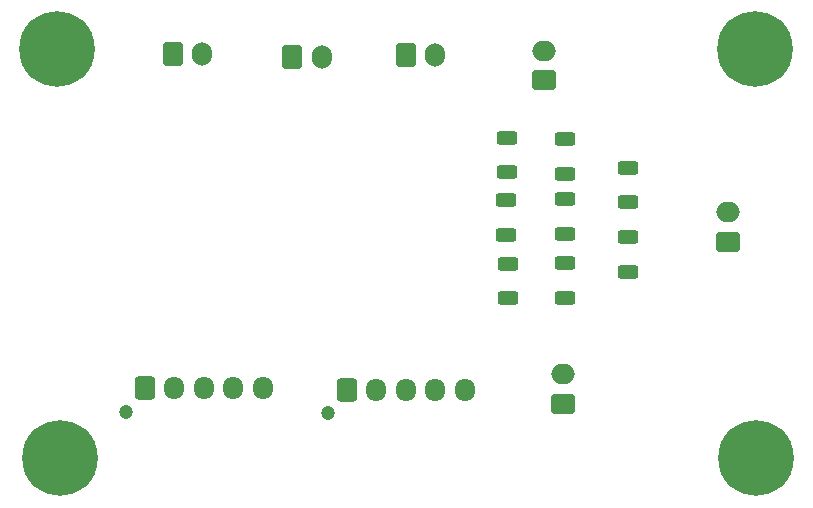
<source format=gbr>
%TF.GenerationSoftware,KiCad,Pcbnew,7.0.1*%
%TF.CreationDate,2023-09-03T20:42:36-04:00*%
%TF.ProjectId,Groove Coaster,47726f6f-7665-4204-936f-61737465722e,rev?*%
%TF.SameCoordinates,Original*%
%TF.FileFunction,Soldermask,Top*%
%TF.FilePolarity,Negative*%
%FSLAX46Y46*%
G04 Gerber Fmt 4.6, Leading zero omitted, Abs format (unit mm)*
G04 Created by KiCad (PCBNEW 7.0.1) date 2023-09-03 20:42:36*
%MOMM*%
%LPD*%
G01*
G04 APERTURE LIST*
G04 Aperture macros list*
%AMRoundRect*
0 Rectangle with rounded corners*
0 $1 Rounding radius*
0 $2 $3 $4 $5 $6 $7 $8 $9 X,Y pos of 4 corners*
0 Add a 4 corners polygon primitive as box body*
4,1,4,$2,$3,$4,$5,$6,$7,$8,$9,$2,$3,0*
0 Add four circle primitives for the rounded corners*
1,1,$1+$1,$2,$3*
1,1,$1+$1,$4,$5*
1,1,$1+$1,$6,$7*
1,1,$1+$1,$8,$9*
0 Add four rect primitives between the rounded corners*
20,1,$1+$1,$2,$3,$4,$5,0*
20,1,$1+$1,$4,$5,$6,$7,0*
20,1,$1+$1,$6,$7,$8,$9,0*
20,1,$1+$1,$8,$9,$2,$3,0*%
G04 Aperture macros list end*
%ADD10RoundRect,0.250000X-0.600000X-0.750000X0.600000X-0.750000X0.600000X0.750000X-0.600000X0.750000X0*%
%ADD11O,1.700000X2.000000*%
%ADD12RoundRect,0.250000X0.750000X-0.600000X0.750000X0.600000X-0.750000X0.600000X-0.750000X-0.600000X0*%
%ADD13O,2.000000X1.700000*%
%ADD14RoundRect,0.250000X-0.625000X0.312500X-0.625000X-0.312500X0.625000X-0.312500X0.625000X0.312500X0*%
%ADD15RoundRect,0.250000X0.625000X-0.312500X0.625000X0.312500X-0.625000X0.312500X-0.625000X-0.312500X0*%
%ADD16C,6.400000*%
%ADD17C,1.200000*%
%ADD18RoundRect,0.250000X-0.600000X-0.725000X0.600000X-0.725000X0.600000X0.725000X-0.600000X0.725000X0*%
%ADD19O,1.700000X1.950000*%
G04 APERTURE END LIST*
D10*
%TO.C,BT1*%
X83400000Y-46700000D03*
D11*
X85900000Y-46700000D03*
%TD*%
D10*
%TO.C,BT2*%
X93500000Y-46900000D03*
D11*
X96000000Y-46900000D03*
%TD*%
D10*
%TO.C,BT3*%
X103100000Y-46800000D03*
D11*
X105600000Y-46800000D03*
%TD*%
D12*
%TO.C,LED1*%
X130400000Y-62600000D03*
D13*
X130400000Y-60100000D03*
%TD*%
D12*
%TO.C,LED2*%
X116400000Y-76300000D03*
D13*
X116400000Y-73800000D03*
%TD*%
D12*
%TO.C,LED3*%
X114800000Y-48900000D03*
D13*
X114800000Y-46400000D03*
%TD*%
D14*
%TO.C,R1*%
X111700000Y-53775000D03*
X111700000Y-56700000D03*
%TD*%
D15*
%TO.C,R2*%
X121900000Y-59225000D03*
X121900000Y-56300000D03*
%TD*%
D14*
%TO.C,R3*%
X121900000Y-62200000D03*
X121900000Y-65125000D03*
%TD*%
D15*
%TO.C,R4*%
X111800000Y-67362500D03*
X111800000Y-64437500D03*
%TD*%
%TO.C,R5*%
X111600000Y-62000000D03*
X111600000Y-59075000D03*
%TD*%
%TO.C,R12*%
X116600000Y-56825000D03*
X116600000Y-53900000D03*
%TD*%
%TO.C,R13*%
X116600000Y-61925000D03*
X116600000Y-59000000D03*
%TD*%
%TO.C,R14*%
X116600000Y-67325000D03*
X116600000Y-64400000D03*
%TD*%
D16*
%TO.C,REF\u002A\u002A*%
X73800000Y-80900000D03*
%TD*%
%TO.C,REF\u002A\u002A*%
X73600000Y-46300000D03*
%TD*%
%TO.C,REF\u002A\u002A*%
X132700000Y-46300000D03*
%TD*%
%TO.C,REF\u002A\u002A*%
X132800000Y-80900000D03*
%TD*%
D17*
%TO.C,J1*%
X79400000Y-77000000D03*
D18*
X81000000Y-75000000D03*
D19*
X83500000Y-75000000D03*
X86000000Y-75000000D03*
X88500000Y-75000000D03*
X91000000Y-75000000D03*
%TD*%
D17*
%TO.C,J2*%
X96500000Y-77100000D03*
D18*
X98100000Y-75100000D03*
D19*
X100600000Y-75100000D03*
X103100000Y-75100000D03*
X105600000Y-75100000D03*
X108100000Y-75100000D03*
%TD*%
M02*

</source>
